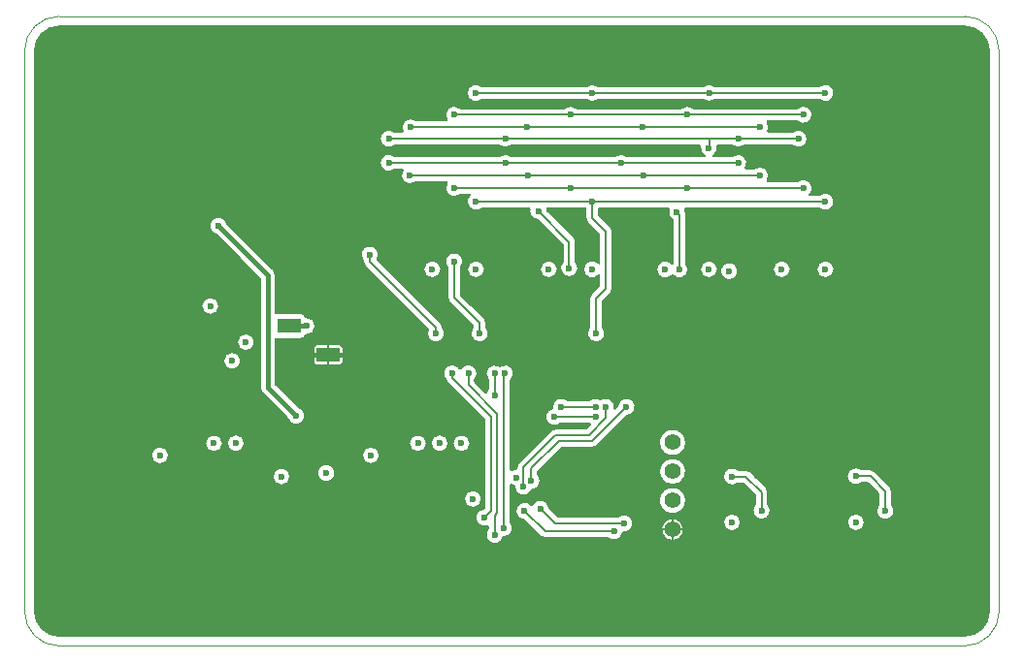
<source format=gbl>
G04 #@! TF.FileFunction,Copper,L4,Bot,Signal*
%FSLAX44Y44*%
%MOMM*%
%ADD10C,0.05000*%
%ADD11C,0.20000*%
%ADD12C,0.40000*%
%ADD13C,0.60000*%
%ADD14C,1.40000*%
%ADD15R,2.03000X1.27000*%

%LPD*%
*G54D10*G75*G36*G01X30000Y8000D02*G02X8000Y30000I0J22000D01*G01X8000Y107955D01*X395286Y107955D01*G03X403625Y105511I5713J4045D01*G02X405000Y104584I375J-927D01*G01X405000Y102292D01*G02X404750Y101630I-1000J0D01*G03X416779Y95253I5250J-4630D01*G02X417779Y96003I968J-249D01*G03X423250Y107630I221J6997D01*G02X423059Y107955I751J660D01*G01X438973Y107955D01*X450464Y96464D01*G03X454000Y95000I3535J3536D01*G01X508709Y95000D01*G02X509370Y94750I0J-1000D01*G03X520953Y99186I4630J5250D01*G02X522078Y100061I993J-116D01*G03X529935Y107955I922J6939D01*G01X558636Y107955D01*G03X571664Y107955I6514J-6355D01*G01X610000Y107955D01*G03X624000Y107955I7000J-5D01*G01X718000Y107955D01*G03X732000Y107955I7000J-5D01*G01X842000Y107955D01*X842000Y30000D01*G02X820000Y8000I-22000J0D01*G01X30000Y8000D01*G37*G36*X423062Y107945D02*G02X423000Y108292I938J347D01*G01X423000Y128405D01*X554240Y128405D01*G03X576060Y128405I10910J-1405D01*G01X637750Y128405D01*X637750Y123292D01*G02X637500Y122630I-1000J0D01*G03X648000Y122630I5250J-4630D01*G02X647750Y123292I750J662D01*G01X647750Y128405D01*X745700Y128405D01*X745700Y123292D01*G02X745450Y122630I-1000J0D01*G03X755950Y122630I5250J-4630D01*G02X755700Y123292I750J662D01*G01X755700Y128405D01*X842000Y128405D01*X842000Y107945D01*X732000Y107945D01*G03X718000Y107945I-7000J5D01*G01X624000Y107945D01*G03X610000Y107945I-7000J5D01*G01X571674Y107945D01*G03X558626Y107945I-6524J-6345D01*G01X529936Y107945D01*G03X518370Y112250I-6936J-945D01*G02X517709Y112000I-661J750D01*G01X465185Y112000D01*G02X464478Y112293I0J1000D01*G01X456978Y119794D01*G02X456687Y120438I706J707D01*G03X443199Y122597I-6987J-438D01*G02X441487Y122347I-928J371D01*G03X435562Y111013I-5487J-4347D01*G02X436206Y110723I-62J-997D01*G01X438983Y107945D01*X423062Y107945D01*G37*G36*X8000Y107945D02*X8000Y128405D01*X384000Y128405D01*G03X398000Y128405I7000J-5D01*G01X402000Y128405D01*X402000Y120485D01*G02X401707Y119778I-1000J0D01*G01X401206Y119278D01*G02X400562Y118987I-707J706D01*G03X395294Y107945I438J-6987D01*G01X8000Y107945D01*G37*G36*X755700Y128395D02*X755700Y135300D01*G03X754236Y138836I-5000J1D01*G01X745067Y148005D01*X842000Y148005D01*X842000Y128395D01*X755700Y128395D01*G37*G36*X647750Y128395D02*X647750Y134250D01*G03X646286Y137786I-5000J1D01*G01X636067Y148005D01*X718002Y148005D01*G03X729630Y142950I6998J195D01*G02X730292Y143200I662J-750D01*G01X735315Y143200D01*G02X736022Y142907I0J-1000D01*G01X745407Y133522D01*G02X745700Y132815I-707J-707D01*G01X745700Y128395D01*X647750Y128395D01*G37*G36*X423000Y128395D02*X423000Y140955D01*G02X424625Y141735I1000J0D01*G03X427261Y140419I4375J5465D01*G02X428011Y139394I-248J-968D01*G03X441493Y136385I6989J-394D01*G02X442368Y137009I927J-375D01*G03X447742Y148005I-368J6991D01*G01X555066Y148005D01*G03X575234Y148005I10084J4395D01*G01X610000Y148005D01*G03X621630Y142750I7000J-5D01*G02X622292Y143000I662J-750D01*G01X626515Y143000D01*G02X627222Y142707I0J-1000D01*G01X637457Y132472D01*G02X637750Y131765I-707J-707D01*G01X637750Y128395D01*X576062Y128395D01*G03X554238Y128395I-10912J-1395D01*G01X423000Y128395D01*G37*G36*X8000Y128395D02*X8000Y148005D01*X217000Y148005D01*G03X231000Y148005I7000J-5D01*G01X256673Y148005D01*G03X269327Y148005I6327J2995D01*G01X402000Y148005D01*X402000Y128395D01*X398000Y128395D01*G03X384000Y128395I-7000J5D01*G01X8000Y128395D01*G37*G36*X423000Y166505D02*X438433Y166505D01*X431464Y159536D01*G03X430000Y156000I3536J-3535D01*G01X430000Y155200D01*G02X429000Y154200I-1000J0D01*G03X424625Y152665I-1J-7000D01*G02X423000Y153445I-625J780D01*G01X423000Y166505D01*G37*G36*X447749Y147995D02*G03X447250Y148630I-5745J-4001D01*G02X447000Y149292I750J662D01*G01X447000Y152515D01*G02X447293Y153222I1000J0D01*G01X460577Y166505D01*X842000Y166505D01*X842000Y147995D01*X745077Y147995D01*X741336Y151736D01*G03X737800Y153200I-3535J-3536D01*G01X730292Y153200D01*G02X729630Y153450I0J1000D01*G03X718003Y147995I-4630J-5250D01*G01X636077Y147995D01*X632536Y151536D01*G03X629000Y153000I-3535J-3536D01*G01X622292Y153000D01*G02X621630Y153250I0J1000D01*G03X610000Y147995I-4630J-5250D01*G01X575230Y147995D01*G03X555070Y147995I-10080J4405D01*G01X447749Y147995D01*G37*G36*X8000Y147995D02*X8000Y166505D01*X111000Y166505D01*G03X125000Y166505I7000J-5D01*G01X295000Y166505D01*G03X309000Y166505I7000J-5D01*G01X402000Y166505D01*X402000Y147995D01*X269323Y147995D01*G03X256677Y147995I-6323J3005D01*G01X231000Y147995D01*G03X217000Y147995I-7000J5D01*G01X8000Y147995D01*G37*G36*X460567Y166495D02*X467778Y173707D01*G02X468485Y174000I707J-707D01*G01X495000Y174000D01*G03X498536Y175464I1J5000D01*G01X500077Y177005D01*X554178Y177005D01*G03X576122Y177005I10972J795D01*G01X842000Y177005D01*X842000Y166495D01*X460567Y166495D01*G37*G36*X423000Y166495D02*X423000Y177005D01*X448933Y177005D01*X438423Y166495D01*X423000Y166495D01*G37*G36*X8000Y166495D02*X8000Y177005D01*X158100Y177005D01*G03X172100Y177005I7000J-5D01*G01X177150Y177005D01*G03X191150Y177005I7000J-5D01*G01X336000Y177005D01*G03X350000Y177005I7000J-5D01*G01X355000Y177005D01*G03X369000Y177005I7000J-5D01*G01X374000Y177005D01*G03X388000Y177005I7000J-5D01*G01X402000Y177005D01*X402000Y166495D01*X309000Y166495D01*G03X295000Y166495I-7000J5D01*G01X125000Y166495D01*G03X111000Y166495I-7000J5D01*G01X8000Y166495D01*G37*G36*X8000Y176995D02*X8000Y249005D01*X174000Y249005D01*G03X188000Y249005I7000J-5D01*G01X206000Y249005D01*X206000Y225900D01*G03X207757Y221657I6000J-1D01*G01X229918Y199496D01*G02X230172Y199065I-706J-707D01*G03X238835Y207728I6728J1935D01*G02X238404Y207982I276J961D01*G01X218293Y228093D01*G02X218000Y228800I707J707D01*G01X218000Y249005D01*X252550Y249005D01*X252550Y247650D01*G03X254650Y245550I2100J0D01*G01X274950Y245550D01*G03X277050Y247650I0J2100D01*G01X277050Y249005D01*X842000Y249005D01*X842000Y176995D01*X576121Y176995D01*G03X554179Y176995I-10971J805D01*G01X500067Y176995D01*X524794Y201723D01*G02X525438Y202013I706J-707D01*G03X518013Y209438I-438J6987D01*G02X517723Y208794I-997J62D01*G01X515525Y206597D01*G02X513841Y207516I-707J707D01*G03X503062Y214788I-6841J1484D01*G02X501938Y214788I-562J827D01*G03X493370Y214250I-3937J-5788D01*G02X492709Y214000I-661J750D01*G01X473292Y214000D01*G02X472630Y214250I0J1000D01*G03X461083Y207924I-4630J-5250D01*G02X460333Y206799I-988J-154D01*G03X466630Y194750I1667J-6799D01*G02X467292Y195000I662J-750D01*G01X492709Y195000D01*G02X493370Y194750I0J-1000D01*G03X493757Y194432I4635J5246D01*G02X493858Y192930I-606J-795D01*G01X490222Y189293D01*G02X489515Y189000I-707J707D01*G01X463000Y189000D01*G03X459464Y187536I-1J-5000D01*G01X448923Y176995D01*X423000Y176995D01*X423000Y231755D01*G02X423375Y232535I1000J0D01*G03X415062Y243788I-4375J5465D01*G02X413938Y243788I-562J827D01*G03X404750Y233370I-3938J-5788D01*G02X405000Y232709I-750J-661D01*G01X405000Y224292D01*G02X404750Y223630I-1000J0D01*G03X403265Y220909I5250J-4631D01*G02X401596Y220475I-962J273D01*G01X392293Y229778D01*G02X392000Y230485I707J707D01*G01X392000Y232709D01*G02X392250Y233370I1000J0D01*G03X380875Y241389I-5250J4630D01*G02X379125Y241389I-875J484D01*G03X367916Y233187I-6125J-3389D01*G02X368158Y232750I-726J-687D01*G03X369464Y230464I4842J1250D01*G01X401707Y198222D01*G02X402000Y197515I-707J-707D01*G01X402000Y176995D01*X388000Y176995D01*G03X374000Y176995I-7000J5D01*G01X369000Y176995D01*G03X355000Y176995I-7000J5D01*G01X350000Y176995D01*G03X336000Y176995I-7000J5D01*G01X191150Y176995D01*G03X177150Y176995I-7000J5D01*G01X172100Y176995D01*G03X158100Y176995I-7000J5D01*G01X8000Y176995D01*G37*G36*X218000Y248995D02*X218000Y265305D01*X842000Y265305D01*X842000Y248995D01*X277050Y248995D01*X277050Y260350D01*G03X274950Y262450I-2100J0D01*G01X254650Y262450D01*G03X252550Y260350I0J-2100D01*G01X252550Y248995D01*X218000Y248995D01*G37*G36*X8000Y248995D02*X8000Y265305D01*X186000Y265305D01*G03X200000Y265305I7000J-5D01*G01X206000Y265305D01*X206000Y248995D01*X188000Y248995D01*G03X174000Y248995I-7000J5D01*G01X8000Y248995D01*G37*G36*X218000Y265295D02*X218000Y268236D01*G02X219270Y269198I1000J0D01*G03X220350Y269050I1078J3852D01*G01X240650Y269050D01*G03X244433Y271749I0J4000D01*G02X245456Y272421I946J-325D01*G03X245456Y286379I544J6979D01*G02X244433Y287051I-77J997D01*G03X240650Y289750I-3783J-1301D01*G01X220350Y289750D01*G03X219270Y289602I-2J-4000D01*G02X218000Y290564I-270J962D01*G01X218000Y297005D01*X332923Y297005D01*X352419Y277510D01*G02X352591Y276328I-707J-706D01*G03X364000Y277630I6159J-3328D01*G02X363750Y278285I750J662D01*G03X362286Y281786I-5000J-34D01*G01X347067Y297005D01*X374923Y297005D01*X391557Y280372D01*G02X391850Y279665I-707J-707D01*G01X391850Y278292D01*G02X391600Y277630I-1000J0D01*G03X402100Y277630I5250J-4630D01*G02X401850Y278292I750J662D01*G01X401850Y282150D01*G03X400386Y285686I-5000J1D01*G01X389067Y297005D01*X493450Y297005D01*X493450Y278292D01*G02X493200Y277630I-1000J0D01*G03X503700Y277630I5250J-4630D01*G02X503450Y278292I750J662D01*G01X503450Y297005D01*X842000Y297005D01*X842000Y265295D01*X218000Y265295D01*G37*G36*X8000Y265295D02*X8000Y297005D01*X154950Y297005D01*G03X168950Y297005I7000J-5D01*G01X206000Y297005D01*X206000Y265295D01*X200000Y265295D01*G03X186000Y265295I-7000J5D01*G01X8000Y265295D01*G37*G36*X503450Y296995D02*X503450Y300965D01*G02X503743Y301672I1000J0D01*G01X510536Y308464D01*G03X512000Y312000I-3536J3535D01*G01X512000Y329005D01*X551803Y329005D01*G03X564212Y324360I6997J-205D01*G02X565737Y324385I773J-634D01*G03X578000Y329005I5263J4615D01*G01X589900Y329005D01*G03X603900Y329005I7000J-5D01*G01X607725Y329005D01*G03X621376Y329005I6826J-1555D01*G01X653400Y329005D01*G03X667400Y329005I7000J-5D01*G01X691500Y329005D01*G03X705500Y329005I7000J-5D01*G01X842000Y329005D01*X842000Y296995D01*X503450Y296995D01*G37*G36*X389077Y296995D02*X379893Y306178D01*G02X379600Y306885I707J707D01*G01X379600Y329005D01*X386700Y329005D01*G03X400700Y329005I7000J-5D01*G01X450200Y329005D01*G03X464200Y329005I7000J-5D01*G01X468071Y329005D01*G03X481929Y329005I6929J995D01*G01X488000Y329005D01*G03X500250Y324370I7000J-5D01*G02X502000Y323708I750J-662D01*G01X502000Y314485D01*G02X501707Y313778I-1000J0D01*G01X494914Y306986D01*G03X493450Y303450I3536J-3535D01*G01X493450Y296995D01*X389077Y296995D01*G37*G36*X347077Y296995D02*X315067Y329005D01*X348600Y329005D01*G03X362600Y329005I7000J-5D01*G01X369600Y329005D01*X369600Y304400D01*G03X371064Y300864I5000J-1D01*G01X374933Y296995D01*X347077Y296995D01*G37*G36*X218000Y296995D02*X218000Y324000D01*G03X216243Y328243I-6000J1D01*G01X215481Y329005D01*X300923Y329005D01*X332933Y296995D01*X218000Y296995D01*G37*G36*X8000Y296995D02*X8000Y329005D01*X198509Y329005D01*X205707Y321807D01*G02X206000Y321101I-707J-707D01*G01X206000Y296995D01*X168950Y296995D01*G03X154950Y296995I-7000J5D01*G01X8000Y296995D01*G37*G36*X512000Y328995D02*X512000Y362000D01*G03X510536Y365536I-5000J1D01*G01X500493Y375578D01*G02X500200Y376285I707J707D01*G01X500200Y382000D01*G02X501200Y383000I1000J0D01*G01X561584Y383000D01*G02X562511Y381625I0J-1000D01*G03X565500Y372938I6489J-2625D01*G02X566000Y372072I-500J-866D01*G01X566000Y334292D01*G02X565750Y333630I-1000J0D01*G03X565588Y333440I5245J-4636D01*G02X564064Y333415I-773J634D01*G03X551802Y328995I-5264J-4615D01*G01X512000Y328995D01*G37*G36*X481928Y328995D02*G03X480250Y334630I-6928J1004D01*G02X480000Y335292I750J662D01*G01X480000Y353000D01*G03X478536Y356536I-5000J1D01*G01X455278Y379794D01*G02X454987Y380438I706J707D01*G03X454778Y381750I-6987J-440D01*G02X455746Y383000I968J250D01*G01X489200Y383000D01*G02X490200Y382000I0J-1000D01*G01X490200Y373800D01*G03X491664Y370264I5000J-1D01*G01X501707Y360222D01*G02X502000Y359515I-707J-707D01*G01X502000Y334292D01*G02X500250Y333631I-1000J0D01*G03X488000Y328995I-5250J-4631D01*G01X481928Y328995D01*G37*G36*X8000Y328995D02*X8000Y483005D01*X386600Y483005D01*G03X398230Y477750I7000J-5D01*G02X398892Y478000I662J-750D01*G01X489909Y478000D01*G02X490570Y477750I0J-1000D01*G03X499830Y477750I4630J5250D01*G02X500492Y478000I662J-750D01*G01X591709Y478000D01*G02X592370Y477750I0J-1000D01*G03X601630Y477750I4630J5250D01*G02X602292Y478000I662J-750D01*G01X693109Y478000D01*G02X693770Y477750I0J-1000D01*G03X705400Y483005I4630J5250D01*G01X842000Y483005D01*X842000Y328995D01*X705500Y328995D01*G03X691500Y328995I-7000J5D01*G01X667400Y328995D01*G03X653400Y328995I-7000J5D01*G01X621378Y328995D01*G03X607722Y328995I-6828J-1545D01*G01X603900Y328995D01*G03X589900Y328995I-7000J5D01*G01X578000Y328995D01*G03X576250Y333630I-7000J5D01*G02X576000Y334292I750J662D01*G01X576000Y377000D01*G03X575940Y377773I-5000J1D01*G02X575937Y378062I988J155D01*G03X575490Y381625I-6937J939D01*G02X576416Y383000I926J376D01*G01X693109Y383000D01*G02X693770Y382750I0J-1000D01*G03X693770Y393250I4630J5250D01*G02X693109Y393000I-661J750D01*G01X684692Y393000D01*G02X684031Y394750I0J1000D01*G03X674770Y405250I-4631J5250D01*G02X674109Y405000I-661J750D01*G01X647645Y405000D01*G02X646865Y406625I0J1000D01*G03X636770Y416250I-5465J4375D01*G02X636109Y416000I-661J750D01*G01X628645Y416000D01*G02X627865Y417625I0J1000D01*G03X617770Y427250I-5465J4375D01*G02X617109Y427000I-661J750D01*G01X600673Y427000D01*G02X600189Y428875I0J1000D01*G03X603578Y436750I-3389J6125D01*G02X604546Y438000I968J250D01*G01X617109Y438000D01*G02X617770Y437750I0J-1000D01*G03X627030Y437750I4630J5250D01*G02X627692Y438000I662J-750D01*G01X669709Y438000D01*G02X670370Y437750I0J-1000D01*G03X670370Y448250I4630J5250D01*G02X669709Y448000I-661J750D01*G01X648328Y448000D01*G02X647463Y449500I0J1000D01*G03X646865Y457375I-6063J3500D01*G02X647645Y459000I780J625D01*G01X674109Y459000D01*G02X674770Y458750I0J-1000D01*G03X674770Y469250I4630J5250D01*G02X674109Y469000I-661J750D01*G01X583292Y469000D01*G02X582630Y469250I0J1000D01*G03X573370Y469250I-4630J-5250D01*G02X572709Y469000I-661J750D01*G01X481492Y469000D01*G02X480830Y469250I0J1000D01*G03X471570Y469250I-4630J-5250D01*G02X470909Y469000I-661J750D01*G01X379892Y469000D01*G02X379230Y469250I0J1000D01*G03X369135Y459625I-4630J-5250D01*G02X368355Y458000I-780J-625D01*G01X341892Y458000D01*G02X341230Y458250I0J1000D01*G03X330537Y449500I-4630J-5250D01*G02X329672Y448000I-865J-500D01*G01X322892Y448000D01*G02X322230Y448250I0J1000D01*G03X322230Y437750I-4630J-5250D01*G02X322892Y438000I662J-750D01*G01X413909Y438000D01*G02X414570Y437750I0J-1000D01*G03X423830Y437750I4630J5250D01*G02X424492Y438000I662J-750D01*G01X589054Y438000D01*G02X590022Y436750I0J-1000D01*G03X593411Y428875I6778J-1750D01*G02X592927Y427000I-484J-875D01*G01X525292Y427000D01*G02X524630Y427250I0J1000D01*G03X515370Y427250I-4630J-5250D01*G02X514709Y427000I-661J750D01*G01X424492Y427000D01*G02X423830Y427250I0J1000D01*G03X414570Y427250I-4630J-5250D01*G02X413909Y427000I-661J750D01*G01X322892Y427000D01*G02X322230Y427250I0J1000D01*G03X322230Y416750I-4630J-5250D01*G02X322892Y417000I662J-750D01*G01X329755Y417000D01*G02X330535Y415375I0J-1000D01*G03X340630Y405750I5465J-4375D01*G02X341292Y406000I662J-750D01*G01X368355Y406000D01*G02X369135Y404375I0J-1000D01*G03X379230Y394750I5465J-4375D01*G02X379892Y395000I662J-750D01*G01X388308Y395000D01*G02X388970Y393250I0J-1000D01*G03X398230Y382750I4630J-5250D01*G02X398892Y383000I662J-750D01*G01X440254Y383000D01*G02X441222Y381750I0J-1000D01*G03X447562Y373013I6778J-1750D01*G02X448206Y372723I-62J-997D01*G01X469707Y351222D01*G02X470000Y350515I-707J-707D01*G01X470000Y335292D01*G02X469750Y334630I-1000J0D01*G03X468072Y328995I5250J-4631D01*G01X464200Y328995D01*G03X450200Y328995I-7000J5D01*G01X400700Y328995D01*G03X386700Y328995I-7000J5D01*G01X379600Y328995D01*X379600Y330709D01*G02X379850Y331370I1000J0D01*G03X369350Y331370I-5250J4630D01*G02X369600Y330709I-750J-661D01*G01X369600Y328995D01*X362600Y328995D01*G03X348600Y328995I-7000J5D01*G01X315077Y328995D01*X307055Y337017D01*G02X306917Y338258I706J707D01*G03X295750Y337370I-5916J3742D01*G02X296000Y336709I-750J-661D01*G01X296000Y336000D01*G03X297464Y332464I5000J-1D01*G01X300933Y328995D01*X215491Y328995D01*X175982Y368504D01*G02X175728Y368935I707J707D01*G03X167065Y360272I-6728J-1935D01*G02X167496Y360018I-276J-960D01*G01X198519Y328995D01*X8000Y328995D01*G37*G36*X8000Y482995D02*X8000Y520000D01*G02X30000Y542000I22000J0D01*G01X820000Y542000D01*G02X842000Y520000I0J-22000D01*G01X842000Y482995D01*X705400Y482995D01*G03X693770Y488250I-7000J5D01*G02X693109Y488000I-661J750D01*G01X602292Y488000D01*G02X601630Y488250I0J1000D01*G03X592370Y488250I-4630J-5250D01*G02X591709Y488000I-661J750D01*G01X500492Y488000D01*G02X499830Y488250I0J1000D01*G03X490570Y488250I-4630J-5250D01*G02X489909Y488000I-661J750D01*G01X398892Y488000D01*G02X398230Y488250I0J1000D01*G03X386600Y482995I-4630J-5250D01*G01X8000Y482995D01*G37*G54D13*X362000Y141000D02*G55D03*X205000Y431800D02*G55D03*X150000Y281000D02*G55D03*X193200Y280800D02*G55D03*X118000Y151000D02*G55D03*X136600Y168000D02*G55D03*X143100Y149000D02*G55D03*X249600Y172000D02*G55D03*X262500Y166500D02*G55D03*X342900Y141000D02*G55D03*X381000Y141000D02*G55D03*X517000Y185550D02*G55D03*X690000Y131200D02*G55D03*X798000Y131200D02*G55D03*X426850Y328000D02*G55D03*X528450Y328000D02*G55D03*X630050Y327350D02*G55D03*X161950Y297000D02*G55D03*X118000Y166500D02*G55D03*X184150Y177000D02*G55D03*X165100Y177000D02*G55D03*X224000Y148000D02*G55D03*X263000Y151000D02*G55D03*X381000Y177000D02*G55D03*X362000Y177000D02*G55D03*X343000Y177000D02*G55D03*X391000Y128400D02*G55D03*X429000Y147200D02*G55D03*X617000Y107950D02*G55D03*X725000Y107950D02*G55D03*X193000Y265300D02*G55D03*X698500Y329000D02*G55D03*X660400Y329000D02*G55D03*X596900Y329000D02*G55D03*X495000Y329000D02*G55D03*X457200Y329000D02*G55D03*X393700Y329000D02*G55D03*X246000Y279400D02*G55D03*X249000Y254000D02*G55D03*X181000Y249000D02*G55D03*X750700Y118000D02*G55D03*X642750Y118000D02*G55D03*X236900Y201000D02*G55D03*X169000Y367000D02*G55D03*X302000Y166500D02*G55D03*X558800Y328800D02*G55D03*X355600Y329000D02*G55D03*X410000Y238000D02*G55D03*X410000Y219000D02*G55D03*X468000Y209000D02*G55D03*X462000Y200000D02*G55D03*X698400Y483000D02*G55D03*X597000Y483000D02*G55D03*X495200Y483000D02*G55D03*X393600Y483000D02*G55D03*X317600Y443000D02*G55D03*X419200Y443000D02*G55D03*X622400Y443000D02*G55D03*X336600Y453000D02*G55D03*X438200Y453000D02*G55D03*X539000Y453000D02*G55D03*X641400Y453000D02*G55D03*X374600Y464000D02*G55D03*X476200Y464000D02*G55D03*X578000Y464000D02*G55D03*X679400Y464000D02*G55D03*X317600Y422000D02*G55D03*X419200Y422000D02*G55D03*X520000Y422000D02*G55D03*X622400Y422000D02*G55D03*X596800Y435000D02*G55D03*X336000Y411000D02*G55D03*X439000Y411000D02*G55D03*X540000Y411000D02*G55D03*X641400Y411000D02*G55D03*X374600Y400000D02*G55D03*X476000Y400000D02*G55D03*X577800Y400000D02*G55D03*X679400Y400000D02*G55D03*X393600Y388000D02*G55D03*X495200Y388000D02*G55D03*X698400Y388000D02*G55D03*X614550Y327450D02*G55D03*X358750Y273000D02*G55D03*X396850Y273000D02*G55D03*X498450Y273000D02*G55D03*X374600Y336000D02*G55D03*X325250Y328000D02*G55D03*X675000Y443000D02*G55D03*X571000Y329000D02*G55D03*X569000Y379000D02*G55D03*X631800Y273000D02*G55D03*X514000Y100000D02*G55D03*X523000Y107000D02*G55D03*X442000Y144000D02*G55D03*X530200Y273000D02*G55D03*X525000Y209000D02*G55D03*X498000Y200000D02*G55D03*X507000Y209000D02*G55D03*X498000Y209000D02*G55D03*X475000Y330000D02*G55D03*X448000Y380000D02*G55D03*X435000Y139000D02*G55D03*X428600Y273000D02*G55D03*X419000Y238000D02*G55D03*X387000Y238000D02*G55D03*X449700Y120000D02*G55D03*X436000Y118000D02*G55D03*X418000Y103000D02*G55D03*X410000Y97000D02*G55D03*X301000Y342000D02*G55D03*X327000Y273000D02*G55D03*X373000Y238000D02*G55D03*X401000Y112000D02*G55D03*X476000Y132000D02*G55D03*X697000Y453000D02*G55D03*X679000Y422000D02*G55D03*X588000Y246000D02*G55D03*X527000Y137000D02*G55D03*X372000Y97000D02*G55D03*X498000Y238000D02*G55D03*X169000Y249000D02*G55D03*X281000Y254000D02*G55D03*X617000Y131200D02*G55D03*X617000Y148000D02*G55D03*X725000Y131200D02*G55D03*X725000Y148200D02*G55D03*X398100Y137200D02*G55D03*G54D14*X565150Y177800D02*G55D03*X565150Y152400D02*G55D03*X565150Y127000D02*G55D03*X565150Y101600D02*G55D03*G54D15*X230500Y279400D02*G55D03*X264800Y254000D02*G55D03*G54D10*X820000Y550000D02*G02X850000Y520000I0J-30000D01*G01X850000Y30000D01*G02X820000Y0I-30000J0D01*G01X30000Y0D01*G02X0Y30000I0J30000D01*G01X0Y520000D01*G02X30000Y550000I30000J0D01*G01X820000Y550000D01*G54D11*X410000Y219000D02*X410000Y238000D01*X419200Y443000D02*X317600Y443000D01*X595000Y443000D02*X622400Y443000D01*X595000Y443000D02*X419200Y443000D01*X438200Y453000D02*X336600Y453000D01*X539000Y453000D02*X438200Y453000D01*X641400Y453000D02*X539000Y453000D01*X476200Y464000D02*X374600Y464000D01*X578000Y464000D02*X476200Y464000D01*X679400Y464000D02*X578000Y464000D01*X419200Y422000D02*X317600Y422000D01*X520000Y422000D02*X419200Y422000D01*X622400Y422000D02*X520000Y422000D01*X596800Y435000D02*X597000Y435200D01*X597000Y443000D01*X595000Y443000D01*X439000Y411000D02*X336000Y411000D01*X540000Y411000D02*X439000Y411000D01*X641400Y411000D02*X540000Y411000D01*X679400Y400000D02*X577800Y400000D01*X374600Y400000D02*X476000Y400000D01*X495200Y388000D02*X393600Y388000D01*X698400Y388000D02*X495200Y388000D01*X495200Y483000D02*X393600Y483000D01*X597000Y483000D02*X495200Y483000D01*X698400Y483000D02*X597000Y483000D01*X577800Y400000D02*X476000Y400000D01*X396850Y273000D02*X396850Y282150D01*X374600Y304400D01*X374600Y336000D01*X495200Y388000D02*X495200Y373800D01*X507000Y362000D01*X507000Y312000D01*X498450Y303450D01*X498450Y273000D01*X622400Y443000D02*X675000Y443000D01*X569000Y379000D02*X571000Y377000D01*X571000Y329000D01*X525000Y209000D02*X495000Y179000D01*X466000Y179000D01*X442000Y155000D01*X442000Y144000D01*X498000Y200000D02*X462000Y200000D01*X468000Y209000D02*X498000Y209000D01*X448000Y380000D02*X475000Y353000D01*X475000Y330000D01*X435000Y139000D02*X435000Y156000D01*X463000Y184000D01*X492000Y184000D01*X507000Y199000D01*X507000Y209000D01*X523000Y107000D02*X462700Y107000D01*X449700Y120000D01*X514000Y100000D02*X454000Y100000D01*X436000Y118000D01*X358750Y273000D02*X358750Y278250D01*X301000Y336000D01*X301000Y342000D01*X418000Y103000D02*X418000Y239000D01*X419000Y238000D01*X410000Y97000D02*X410000Y114000D01*X412000Y116000D01*X412000Y203000D01*X387000Y228000D01*X387000Y238000D01*X401000Y112000D02*X407000Y118000D01*X407000Y200000D01*X373000Y234000D01*X373000Y238000D01*X642750Y118000D02*X642750Y134250D01*X629000Y148000D01*X617000Y148000D01*X750700Y118000D02*X750700Y135300D01*X737800Y148200D01*X725000Y148200D01*X565150Y101600D02*X575250Y101600D01*X565150Y101600D02*X565150Y111700D01*X565150Y101600D02*X555050Y101600D01*X565150Y101600D02*X565150Y91500D01*X264800Y254000D02*X264800Y263450D01*X264800Y254000D02*X264800Y244550D01*G54D12*X246000Y279400D02*X230500Y279400D01*X249000Y254000D02*X264800Y254000D01*X281000Y254000D02*X264800Y254000D01*X236900Y201000D02*X212000Y225900D01*X212000Y324000D01*X169000Y367000D01*X0Y0D02*M00*
</source>
